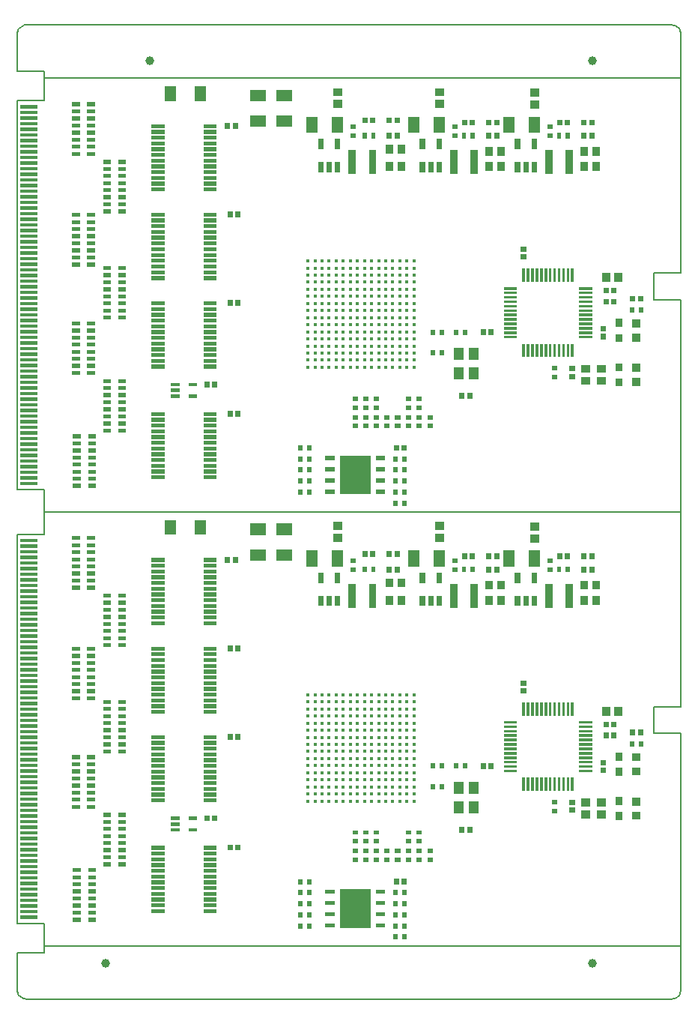
<source format=gbr>
*
%FSLAX26Y26*%
%MOIN*%
%ADD10R,0.019685X0.019685*%
%ADD11R,0.023622X0.023622*%
%ADD12R,0.035433X0.035433*%
%ADD13R,0.017717X0.017717*%
%ADD14R,0.011811X0.011811*%
%ADD15C,0.016535*%
%ADD16R,0.031496X0.031496*%
%ADD17R,0.135827X0.135827*%
%ADD18R,0.049213X0.049213*%
%ADD19R,0.015748X0.015748*%
%ADD20R,0.051181X0.051181*%
%ADD21R,0.014961X0.014961*%
%ADD22R,0.043307X0.043307*%
%ADD23C,0.005906*%
%ADD24C,0.039370*%
%IPPOS*%
%LNgtp*%
%LPD*%
G75*
G54D10*
X1259843Y421260D02*
Y425197D01*
X1299213Y421260D02*
Y425197D01*
X1259843Y519685D02*
Y523622D01*
X1299213Y519685D02*
Y523622D01*
X1722441Y421260D02*
Y425197D01*
X1683071Y421260D02*
Y425197D01*
X1722441Y322835D02*
Y326772D01*
X1683071Y322835D02*
Y326772D01*
X1850394Y942913D02*
Y946850D01*
X1889764Y942913D02*
Y946850D01*
X1850394Y1033465D02*
Y1037402D01*
X1889764Y1033465D02*
Y1037402D01*
X1992126Y1033465D02*
Y1037402D01*
X1952756Y1033465D02*
Y1037402D01*
X1722441Y470472D02*
Y474409D01*
X1683071Y470472D02*
Y474409D01*
X1299213Y322835D02*
Y326772D01*
X1259843Y322835D02*
Y326772D01*
X1683071Y273622D02*
Y277559D01*
X1722441Y273622D02*
Y277559D01*
X1299213Y372047D02*
Y375984D01*
X1259843Y372047D02*
Y375984D01*
X2736220Y1131890D02*
Y1135827D01*
X2775591Y1131890D02*
Y1135827D01*
X1683071Y372047D02*
Y375984D01*
X1722441Y372047D02*
Y375984D01*
X1299213Y470472D02*
Y474409D01*
X1259843Y470472D02*
Y474409D01*
X2411417Y1907480D02*
Y1911417D01*
X2450787Y1907480D02*
Y1911417D01*
X1988189Y1907480D02*
Y1911417D01*
X2027559Y1907480D02*
Y1911417D01*
X1545276Y1907480D02*
Y1911417D01*
X1584646Y1907480D02*
Y1911417D01*
G54D11*
X1978740Y751181D02*
Y752756D01*
X2013386Y751181D02*
Y752756D01*
X1722441Y520866D02*
Y522441D01*
X1687795Y520866D02*
Y522441D01*
X1547638Y1977559D02*
Y1979134D01*
X1582283Y1977559D02*
Y1979134D01*
X844882Y802362D02*
Y803937D01*
X879528Y802362D02*
Y803937D01*
X1655906Y1908661D02*
Y1910236D01*
X1690551Y1908661D02*
Y1910236D01*
Y1977559D02*
Y1979134D01*
X1655906Y1977559D02*
Y1979134D01*
X2655118Y1170472D02*
Y1172047D01*
X2620472Y1170472D02*
Y1172047D01*
X2773228Y1184252D02*
Y1185827D01*
X2738583Y1184252D02*
Y1185827D01*
X981890Y1164567D02*
Y1166142D01*
X947244Y1164567D02*
Y1166142D01*
X981890Y672441D02*
Y674016D01*
X947244Y672441D02*
Y674016D01*
X2025197Y1967717D02*
Y1969291D01*
X1990551Y1967717D02*
Y1969291D01*
X2133465Y1967717D02*
Y1969291D01*
X2098819Y1967717D02*
Y1969291D01*
X2133465Y1908661D02*
Y1910236D01*
X2098819Y1908661D02*
Y1910236D01*
X2620472Y1219685D02*
Y1221260D01*
X2655118Y1219685D02*
Y1221260D01*
X2522047Y1967717D02*
Y1969291D01*
X2556693Y1967717D02*
Y1969291D01*
X2522047Y1908661D02*
Y1910236D01*
X2556693Y1908661D02*
Y1910236D01*
X2448425Y1967717D02*
Y1969291D01*
X2413780Y1967717D02*
Y1969291D01*
X2107874Y1034646D02*
Y1036220D01*
X2073228Y1034646D02*
Y1036220D01*
X947244Y1558268D02*
Y1559843D01*
X981890Y1558268D02*
Y1559843D01*
X935433Y1951969D02*
Y1953543D01*
X970079Y1951969D02*
Y1953543D01*
G54D12*
X2674213Y1277559D02*
Y1281496D01*
X2621063Y1277559D02*
Y1281496D01*
X2575787Y1769685D02*
Y1773622D01*
X2522638Y1769685D02*
Y1773622D01*
X1709646Y1848425D02*
Y1852362D01*
X1656496Y1848425D02*
Y1852362D01*
X2575787Y1838583D02*
Y1842520D01*
X2522638Y1838583D02*
Y1842520D01*
X2099409Y1769685D02*
Y1773622D01*
X2152559Y1769685D02*
Y1773622D01*
X2099409Y1838583D02*
Y1842520D01*
X2152559Y1838583D02*
Y1842520D01*
X1709646Y1769685D02*
Y1773622D01*
X1656496Y1769685D02*
Y1773622D01*
G54D13*
X606280Y1164370D02*
X646634D01*
X606280Y1138780D02*
X646634D01*
X606280Y1113189D02*
X646634D01*
X606280Y1087598D02*
X646634D01*
X606280Y1062008D02*
X646634D01*
X606280Y1036417D02*
X646634D01*
X606280Y1010827D02*
X646634D01*
X606280Y985236D02*
X646634D01*
X606280Y959646D02*
X646634D01*
X606280Y934055D02*
X646634D01*
X606280Y908465D02*
X646634D01*
X606280Y882874D02*
X646634D01*
X837618D02*
X877972D01*
X837618Y908465D02*
X877972D01*
X837618Y934055D02*
X877972D01*
X837618Y959646D02*
X877972D01*
X837618Y985236D02*
X877972D01*
X837618Y1010827D02*
X877972D01*
X837618Y1036417D02*
X877972D01*
X837618Y1062008D02*
X877972D01*
X837618Y1087598D02*
X877972D01*
X837618Y1113189D02*
X877972D01*
X837618Y1138780D02*
X877972D01*
X837618Y1164370D02*
X877972D01*
X606280Y672244D02*
X646634D01*
X606280Y646654D02*
X646634D01*
X606280Y621063D02*
X646634D01*
X606280Y595472D02*
X646634D01*
X606280Y569882D02*
X646634D01*
X606280Y544291D02*
X646634D01*
X606280Y518701D02*
X646634D01*
X606280Y493110D02*
X646634D01*
X606280Y467520D02*
X646634D01*
X606280Y441929D02*
X646634D01*
X606280Y416339D02*
X646634D01*
X606280Y390748D02*
X646634D01*
X837618D02*
X877972D01*
X837618Y416339D02*
X877972D01*
X837618Y441929D02*
X877972D01*
X837618Y467520D02*
X877972D01*
X837618Y493110D02*
X877972D01*
X837618Y518701D02*
X877972D01*
X837618Y544291D02*
X877972D01*
X837618Y569882D02*
X877972D01*
X837618Y595472D02*
X877972D01*
X837618Y621063D02*
X877972D01*
X837618Y646654D02*
X877972D01*
X837618Y672244D02*
X877972D01*
X606280Y1951772D02*
X646634D01*
X606280Y1926181D02*
X646634D01*
X606280Y1900591D02*
X646634D01*
X606280Y1875000D02*
X646634D01*
X606280Y1849409D02*
X646634D01*
X606280Y1823819D02*
X646634D01*
X606280Y1798228D02*
X646634D01*
X606280Y1772638D02*
X646634D01*
X606280Y1747047D02*
X646634D01*
X606280Y1721457D02*
X646634D01*
X606280Y1695866D02*
X646634D01*
X606280Y1670276D02*
X646634D01*
X837618D02*
X877972D01*
X837618Y1695866D02*
X877972D01*
X837618Y1721457D02*
X877972D01*
X837618Y1747047D02*
X877972D01*
X837618Y1772638D02*
X877972D01*
X837618Y1798228D02*
X877972D01*
X837618Y1823819D02*
X877972D01*
X837618Y1849409D02*
X877972D01*
X837618Y1875000D02*
X877972D01*
X837618Y1900591D02*
X877972D01*
X837618Y1926181D02*
X877972D01*
X837618Y1951772D02*
X877972D01*
X606280Y1558071D02*
X646634D01*
X606280Y1532480D02*
X646634D01*
X606280Y1506890D02*
X646634D01*
X606280Y1481299D02*
X646634D01*
X606280Y1455709D02*
X646634D01*
X606280Y1430118D02*
X646634D01*
X606280Y1404528D02*
X646634D01*
X606280Y1378937D02*
X646634D01*
X606280Y1353346D02*
X646634D01*
X606280Y1327756D02*
X646634D01*
X606280Y1302165D02*
X646634D01*
X606280Y1276575D02*
X646634D01*
X837618D02*
X877972D01*
X837618Y1302165D02*
X877972D01*
X837618Y1327756D02*
X877972D01*
X837618Y1353346D02*
X877972D01*
X837618Y1378937D02*
X877972D01*
X837618Y1404528D02*
X877972D01*
X837618Y1430118D02*
X877972D01*
X837618Y1455709D02*
X877972D01*
X837618Y1481299D02*
X877972D01*
X837618Y1506890D02*
X877972D01*
X837618Y1532480D02*
X877972D01*
X837618Y1558071D02*
X877972D01*
G54D14*
X2470472Y932067D02*
Y978327D01*
X2450787Y932067D02*
Y978327D01*
X2431102Y932067D02*
Y978327D01*
X2411417Y932067D02*
Y978327D01*
X2391732Y932067D02*
Y978327D01*
X2372047Y932067D02*
Y978327D01*
X2352362Y932067D02*
Y978327D01*
X2332677Y932067D02*
Y978327D01*
X2312992Y932067D02*
Y978327D01*
X2293307Y932067D02*
Y978327D01*
X2273622Y932067D02*
Y978327D01*
X2253937Y932067D02*
Y978327D01*
Y1265768D02*
Y1312028D01*
X2273622Y1265768D02*
Y1312028D01*
X2293307Y1265768D02*
Y1312028D01*
X2312992Y1265768D02*
Y1312028D01*
X2332677Y1265768D02*
Y1312028D01*
X2352362Y1265768D02*
Y1312028D01*
X2372047Y1265768D02*
Y1312028D01*
X2391732Y1265768D02*
Y1312028D01*
X2411417Y1265768D02*
Y1312028D01*
X2431102Y1265768D02*
Y1312028D01*
X2450787Y1265768D02*
Y1312028D01*
X2470472Y1265768D02*
Y1312028D01*
X2172224Y1013780D02*
X2218484D01*
X2172224Y1033465D02*
X2218484D01*
X2172224Y1053150D02*
X2218484D01*
X2172224Y1072835D02*
X2218484D01*
X2172224Y1092520D02*
X2218484D01*
X2172224Y1112205D02*
X2218484D01*
X2172224Y1131890D02*
X2218484D01*
X2172224Y1151575D02*
X2218484D01*
X2172224Y1171260D02*
X2218484D01*
X2172224Y1190945D02*
X2218484D01*
X2172224Y1210630D02*
X2218484D01*
X2172224Y1230315D02*
X2218484D01*
X2505925D02*
X2552185D01*
X2505925Y1210630D02*
X2552185D01*
X2505925Y1190945D02*
X2552185D01*
X2505925Y1171260D02*
X2552185D01*
X2505925Y1151575D02*
X2552185D01*
X2505925Y1131890D02*
X2552185D01*
X2505925Y1112205D02*
X2552185D01*
X2505925Y1092520D02*
X2552185D01*
X2505925Y1072835D02*
X2552185D01*
X2505925Y1053150D02*
X2552185D01*
X2505925Y1033465D02*
X2552185D01*
X2505925Y1013780D02*
X2552185D01*
G54D10*
X2389764Y875984D02*
X2393701D01*
X2389764Y836614D02*
X2393701D01*
X1946850Y1948819D02*
X1950787D01*
X1946850Y1909449D02*
X1950787D01*
X2370079Y1948819D02*
X2374016D01*
X2370079Y1909449D02*
X2374016D01*
X1738189Y657480D02*
X1742126D01*
X1738189Y618110D02*
X1742126D01*
X1643701D02*
X1647638D01*
X1643701Y657480D02*
X1647638D01*
X1690945Y618110D02*
X1694882D01*
X1690945Y657480D02*
X1694882D01*
X1596457D02*
X1600394D01*
X1596457Y618110D02*
X1600394D01*
X1549213Y657480D02*
X1553150D01*
X1549213Y618110D02*
X1553150D01*
X1501969Y657480D02*
X1505906D01*
X1501969Y618110D02*
X1505906D01*
X1549213Y700787D02*
X1553150D01*
X1549213Y740157D02*
X1553150D01*
X1501969D02*
X1505906D01*
X1501969Y700787D02*
X1505906D01*
X1596457Y740157D02*
X1600394D01*
X1596457Y700787D02*
X1600394D01*
X1738189Y740157D02*
X1742126D01*
X1738189Y700787D02*
X1742126D01*
X1785433Y740157D02*
X1789370D01*
X1785433Y700787D02*
X1789370D01*
X1785433Y657480D02*
X1789370D01*
X1785433Y618110D02*
X1789370D01*
X1836614D02*
X1840551D01*
X1836614Y657480D02*
X1840551D01*
X1494094Y1909449D02*
X1498031D01*
X1494094Y1948819D02*
X1498031D01*
G54D15*
X1545276Y1352362D03*
X1576772D03*
X1608268D03*
X1639764D03*
X1671260D03*
X1702756D03*
X1734252D03*
X1545276Y1320866D03*
X1576772D03*
X1608268D03*
X1639764D03*
X1671260D03*
X1545276Y1289370D03*
X1608268D03*
X1671260D03*
X1545276Y1257874D03*
X1608268D03*
X1513780Y1226378D03*
X1671260D03*
X1293307Y1352362D03*
X1324803D03*
X1356299D03*
X1387795D03*
X1419291D03*
X1450787D03*
X1482283D03*
X1513780D03*
X1765748D03*
X1293307Y1320866D03*
X1324803D03*
X1356299D03*
X1387795D03*
X1419291D03*
X1450787D03*
X1482283D03*
X1513780D03*
X1702756D03*
X1734252D03*
X1765748D03*
X1293307Y1289370D03*
X1324803D03*
X1356299D03*
X1387795D03*
X1419291D03*
X1450787D03*
X1482283D03*
X1513780D03*
X1576772D03*
X1639764D03*
X1702756D03*
X1734252D03*
X1765748D03*
X1293307Y1257874D03*
X1324803D03*
X1356299D03*
X1387795D03*
X1419291D03*
X1450787D03*
X1482283D03*
X1513780D03*
X1576772D03*
X1639764D03*
X1671260D03*
X1702756D03*
X1734252D03*
X1765748D03*
X1293307Y1226378D03*
X1324803D03*
X1356299D03*
X1387795D03*
X1419291D03*
X1450787D03*
X1482283D03*
X1545276D03*
X1576772D03*
X1608268D03*
X1639764D03*
X1702756D03*
X1734252D03*
X1765748D03*
X1293307Y1194882D03*
X1324803D03*
X1356299D03*
X1387795D03*
X1419291D03*
X1450787D03*
X1482283D03*
X1513780D03*
X1545276D03*
X1576772D03*
X1608268D03*
X1639764D03*
X1671260D03*
X1702756D03*
X1734252D03*
X1765748D03*
X1293307Y1163386D03*
X1324803D03*
X1356299D03*
X1387795D03*
X1419291D03*
X1450787D03*
X1482283D03*
X1513780D03*
X1545276D03*
X1576772D03*
X1608268D03*
X1639764D03*
X1671260D03*
X1702756D03*
X1734252D03*
X1765748D03*
X1293307Y1131890D03*
X1324803D03*
X1356299D03*
X1387795D03*
X1419291D03*
X1450787D03*
X1482283D03*
X1513780D03*
X1545276D03*
X1576772D03*
X1608268D03*
X1639764D03*
X1671260D03*
X1702756D03*
X1734252D03*
X1765748D03*
X1293307Y1100394D03*
X1324803D03*
X1356299D03*
X1387795D03*
X1419291D03*
X1450787D03*
X1482283D03*
X1513780D03*
X1545276D03*
X1576772D03*
X1608268D03*
X1639764D03*
X1671260D03*
X1702756D03*
X1734252D03*
X1765748D03*
X1293307Y1068898D03*
X1324803D03*
X1356299D03*
X1387795D03*
X1419291D03*
X1450787D03*
X1482283D03*
X1513780D03*
X1545276D03*
X1576772D03*
X1608268D03*
X1639764D03*
X1671260D03*
X1702756D03*
X1734252D03*
X1765748D03*
X1293307Y1037402D03*
X1324803D03*
X1356299D03*
X1387795D03*
X1419291D03*
X1450787D03*
X1482283D03*
X1513780D03*
X1545276D03*
X1576772D03*
X1608268D03*
X1639764D03*
X1671260D03*
X1702756D03*
X1734252D03*
X1765748D03*
X1293307Y1005906D03*
X1324803D03*
X1356299D03*
X1387795D03*
X1419291D03*
X1450787D03*
X1482283D03*
X1513780D03*
X1545276D03*
X1576772D03*
X1608268D03*
X1639764D03*
X1671260D03*
X1702756D03*
X1734252D03*
X1765748D03*
X1293307Y974409D03*
X1324803D03*
X1356299D03*
X1387795D03*
X1419291D03*
X1450787D03*
X1482283D03*
X1513780D03*
X1545276D03*
X1576772D03*
X1608268D03*
X1639764D03*
X1671260D03*
X1702756D03*
X1734252D03*
X1765748D03*
X1293307Y942913D03*
X1324803D03*
X1356299D03*
X1387795D03*
X1419291D03*
X1450787D03*
X1482283D03*
X1513780D03*
X1545276D03*
X1576772D03*
X1608268D03*
X1639764D03*
X1671260D03*
X1702756D03*
X1734252D03*
X1765748D03*
X1293307Y911417D03*
X1324803D03*
X1356299D03*
X1387795D03*
X1419291D03*
X1450787D03*
X1482283D03*
X1513780D03*
X1545276D03*
X1576772D03*
X1608268D03*
X1639764D03*
X1671260D03*
X1702756D03*
X1734252D03*
X1765748D03*
X1293307Y879921D03*
X1324803D03*
X1356299D03*
X1387795D03*
X1419291D03*
X1450787D03*
X1482283D03*
X1513780D03*
X1545276D03*
X1576772D03*
X1608268D03*
X1639764D03*
X1671260D03*
X1702756D03*
X1734252D03*
X1765748D03*
G54D11*
X1350394Y1861220D02*
Y1882874D01*
X1425197Y1861220D02*
Y1882874D01*
Y1758858D02*
Y1780512D01*
X1387795Y1758858D02*
Y1780512D01*
X1350394Y1758858D02*
Y1780512D01*
X1803150Y1861220D02*
Y1882874D01*
X1877953Y1861220D02*
Y1882874D01*
Y1758858D02*
Y1780512D01*
X1840551Y1758858D02*
Y1780512D01*
X1803150Y1758858D02*
Y1780512D01*
X2226378Y1861220D02*
Y1882874D01*
X2301181Y1861220D02*
Y1882874D01*
Y1758858D02*
Y1780512D01*
X2263780Y1758858D02*
Y1780512D01*
X2226378Y1758858D02*
Y1780512D01*
G54D16*
X2456693Y1753937D02*
Y1828740D01*
X2366142Y1753937D02*
Y1828740D01*
X1942913Y1753937D02*
Y1828740D01*
X2033465Y1753937D02*
Y1828740D01*
X1490157Y1753937D02*
Y1828740D01*
X1580709Y1753937D02*
Y1828740D01*
G54D13*
X1379921Y476575D02*
X1403543D01*
X1379921Y426575D02*
X1403543D01*
X1379921Y376575D02*
X1403543D01*
X1379921Y326575D02*
X1403543D01*
X1604331D02*
X1627953D01*
X1604331Y376575D02*
X1627953D01*
X1604331Y426575D02*
X1627953D01*
X1604331Y476575D02*
X1627953D01*
G54D17*
X1503937Y383858D02*
Y419291D01*
G54D18*
X680118Y2088583D02*
Y2104331D01*
X815945Y2088583D02*
Y2104331D01*
G54D19*
X690945Y803150D02*
X714567D01*
X690945Y777559D02*
X714567D01*
X690945Y751969D02*
X714567D01*
X769685D02*
X793307D01*
X769685Y803150D02*
X793307D01*
G54D13*
X323819Y352362D02*
X341535D01*
X323819Y383858D02*
X341535D01*
X323819Y446850D02*
X341535D01*
X323819Y415354D02*
X341535D01*
X323819Y509843D02*
X341535D01*
X323819Y572835D02*
X341535D01*
X323819Y541339D02*
X341535D01*
X323819Y478346D02*
X341535D01*
X256890D02*
X274606D01*
X256890Y541339D02*
X274606D01*
X256890Y572835D02*
X274606D01*
X256890Y509843D02*
X274606D01*
X256890Y415354D02*
X274606D01*
X256890Y446850D02*
X274606D01*
X256890Y383858D02*
X274606D01*
X256890Y352362D02*
X274606D01*
X457677Y598425D02*
X475394D01*
X457677Y629921D02*
X475394D01*
X457677Y692913D02*
X475394D01*
X457677Y661417D02*
X475394D01*
X457677Y755906D02*
X475394D01*
X457677Y818898D02*
X475394D01*
X457677Y787402D02*
X475394D01*
X457677Y724409D02*
X475394D01*
X390748D02*
X408465D01*
X390748Y787402D02*
X408465D01*
X390748Y818898D02*
X408465D01*
X390748Y755906D02*
X408465D01*
X390748Y661417D02*
X408465D01*
X390748Y692913D02*
X408465D01*
X390748Y629921D02*
X408465D01*
X390748Y598425D02*
X408465D01*
X319882Y854331D02*
X337598D01*
X319882Y885827D02*
X337598D01*
X319882Y948819D02*
X337598D01*
X319882Y917323D02*
X337598D01*
X319882Y1011811D02*
X337598D01*
X319882Y1074803D02*
X337598D01*
X319882Y1043307D02*
X337598D01*
X319882Y980315D02*
X337598D01*
X252953D02*
X270669D01*
X252953Y1043307D02*
X270669D01*
X252953Y1074803D02*
X270669D01*
X252953Y1011811D02*
X270669D01*
X252953Y917323D02*
X270669D01*
X252953Y948819D02*
X270669D01*
X252953Y885827D02*
X270669D01*
X252953Y854331D02*
X270669D01*
X457677Y1100394D02*
X475394D01*
X457677Y1131890D02*
X475394D01*
X457677Y1194882D02*
X475394D01*
X457677Y1163386D02*
X475394D01*
X457677Y1257874D02*
X475394D01*
X457677Y1320866D02*
X475394D01*
X457677Y1289370D02*
X475394D01*
X457677Y1226378D02*
X475394D01*
X390748D02*
X408465D01*
X390748Y1289370D02*
X408465D01*
X390748Y1320866D02*
X408465D01*
X390748Y1257874D02*
X408465D01*
X390748Y1163386D02*
X408465D01*
X390748Y1194882D02*
X408465D01*
X390748Y1131890D02*
X408465D01*
X390748Y1100394D02*
X408465D01*
X319882Y1336614D02*
X337598D01*
X319882Y1368110D02*
X337598D01*
X319882Y1431102D02*
X337598D01*
X319882Y1399606D02*
X337598D01*
X319882Y1494094D02*
X337598D01*
X319882Y1557087D02*
X337598D01*
X319882Y1525591D02*
X337598D01*
X319882Y1462598D02*
X337598D01*
X252953D02*
X270669D01*
X252953Y1525591D02*
X270669D01*
X252953Y1557087D02*
X270669D01*
X252953Y1494094D02*
X270669D01*
X252953Y1399606D02*
X270669D01*
X252953Y1431102D02*
X270669D01*
X252953Y1368110D02*
X270669D01*
X252953Y1336614D02*
X270669D01*
X457677Y1572835D02*
X475394D01*
X457677Y1604331D02*
X475394D01*
X457677Y1667323D02*
X475394D01*
X457677Y1635827D02*
X475394D01*
X457677Y1730315D02*
X475394D01*
X457677Y1793307D02*
X475394D01*
X457677Y1761811D02*
X475394D01*
X457677Y1698819D02*
X475394D01*
X390748D02*
X408465D01*
X390748Y1761811D02*
X408465D01*
X390748Y1793307D02*
X408465D01*
X390748Y1730315D02*
X408465D01*
X390748Y1635827D02*
X408465D01*
X390748Y1667323D02*
X408465D01*
X390748Y1604331D02*
X408465D01*
X390748Y1572835D02*
X408465D01*
X319882Y1828740D02*
X337598D01*
X319882Y1860236D02*
X337598D01*
X319882Y1923228D02*
X337598D01*
X319882Y1891732D02*
X337598D01*
X319882Y1986220D02*
X337598D01*
X319882Y2049213D02*
X337598D01*
X319882Y2017717D02*
X337598D01*
X319882Y1954724D02*
X337598D01*
X252953D02*
X270669D01*
X252953Y2017717D02*
X270669D01*
X252953Y2049213D02*
X270669D01*
X252953Y1986220D02*
X270669D01*
X252953Y1891732D02*
X270669D01*
X252953Y1923228D02*
X270669D01*
X252953Y1860236D02*
X270669D01*
X252953Y1828740D02*
X270669D01*
G54D12*
X1877953Y2103346D02*
X1881890D01*
X1877953Y2050197D02*
X1881890D01*
X2301181Y2047244D02*
X2305118D01*
X2301181Y2100394D02*
X2305118D01*
X2527559Y819882D02*
X2531496D01*
X2527559Y873031D02*
X2531496D01*
X2596457Y819882D02*
X2600394D01*
X2596457Y873031D02*
X2600394D01*
X1425197Y2050197D02*
X1429134D01*
X1425197Y2103346D02*
X1429134D01*
G54D20*
X1179134Y2088583D02*
X1198819D01*
X1179134Y1974409D02*
X1198819D01*
X1061024Y2088583D02*
X1080709D01*
X1061024Y1974409D02*
X1080709D01*
X2187008Y1948819D02*
Y1968504D01*
X2301181Y1948819D02*
Y1968504D01*
X1763780Y1948819D02*
Y1968504D01*
X1877953Y1948819D02*
Y1968504D01*
X1311024Y1948819D02*
Y1968504D01*
X1425197Y1948819D02*
Y1968504D01*
G54D16*
X2677165Y811024D02*
Y814961D01*
Y877953D02*
Y881890D01*
Y1007874D02*
Y1011811D01*
Y1074803D02*
Y1078740D01*
G54D11*
X2469685Y873622D02*
X2471260D01*
X2469685Y838976D02*
X2471260D01*
X2253150Y1370472D02*
X2254724D01*
X2253150Y1405118D02*
X2254724D01*
X2607480Y1016142D02*
X2609055D01*
X2607480Y1050787D02*
X2609055D01*
G54D12*
X2754921Y814961D02*
X2756890D01*
X2754921Y877953D02*
X2756890D01*
X2754921Y1011811D02*
X2756890D01*
X2754921Y1074803D02*
X2756890D01*
G54D21*
X19291Y1888287D02*
X83071D01*
X19291Y1863287D02*
X83071D01*
X19291Y1838287D02*
X83071D01*
X19291Y1813287D02*
X83071D01*
X19291Y2038287D02*
X83071D01*
X19291Y1988287D02*
X83071D01*
X19291Y1938287D02*
X83071D01*
X19291Y1788287D02*
X83071D01*
X19291Y1738287D02*
X83071D01*
X19291Y1688287D02*
X83071D01*
X19291Y1638287D02*
X83071D01*
X19291Y1588287D02*
X83071D01*
X19291Y1538287D02*
X83071D01*
X19291Y1488287D02*
X83071D01*
X19291Y1438287D02*
X83071D01*
X19291Y1388287D02*
X83071D01*
X19291Y1338287D02*
X83071D01*
X19291Y1288287D02*
X83071D01*
X19291Y1238287D02*
X83071D01*
X19291Y1188287D02*
X83071D01*
X19291Y1138287D02*
X83071D01*
X19291Y1088287D02*
X83071D01*
X19291Y1038287D02*
X83071D01*
X19291Y988287D02*
X83071D01*
X19291Y938287D02*
X83071D01*
X19291Y888287D02*
X83071D01*
X19291Y838287D02*
X83071D01*
X19291Y788287D02*
X83071D01*
X19291Y738287D02*
X83071D01*
X19291Y688287D02*
X83071D01*
X19291Y638287D02*
X83071D01*
X19291Y588287D02*
X83071D01*
X19291Y538287D02*
X83071D01*
X19291Y488287D02*
X83071D01*
X19291Y438287D02*
X83071D01*
X19291Y388287D02*
X83071D01*
X19291Y2013287D02*
X83071D01*
X19291Y1963287D02*
X83071D01*
X19291Y1913287D02*
X83071D01*
X19291Y1763287D02*
X83071D01*
X19291Y1713287D02*
X83071D01*
X19291Y1663287D02*
X83071D01*
X19291Y1613287D02*
X83071D01*
X19291Y1563287D02*
X83071D01*
X19291Y1513287D02*
X83071D01*
X19291Y1463287D02*
X83071D01*
X19291Y1413287D02*
X83071D01*
X19291Y1363287D02*
X83071D01*
X19291Y1313287D02*
X83071D01*
X19291Y1263287D02*
X83071D01*
X19291Y1213287D02*
X83071D01*
X19291Y1163287D02*
X83071D01*
X19291Y1113287D02*
X83071D01*
X19291Y1063287D02*
X83071D01*
X19291Y1013287D02*
X83071D01*
X19291Y963287D02*
X83071D01*
X19291Y913287D02*
X83071D01*
X19291Y863287D02*
X83071D01*
X19291Y813287D02*
X83071D01*
X19291Y763287D02*
X83071D01*
X19291Y713287D02*
X83071D01*
X19291Y663287D02*
X83071D01*
X19291Y613287D02*
X83071D01*
X19291Y563287D02*
X83071D01*
X19291Y513287D02*
X83071D01*
X19291Y463287D02*
X83071D01*
X19291Y413287D02*
X83071D01*
X19291Y363287D02*
X83071D01*
G54D22*
X2031496Y848425D02*
Y856299D01*
X1964567Y848425D02*
Y856299D01*
X2031496Y935039D02*
Y942913D01*
X1964567Y935039D02*
Y942913D01*
G54D10*
X1259843Y2350394D02*
Y2354331D01*
X1299213Y2350394D02*
Y2354331D01*
X1259843Y2448819D02*
Y2452756D01*
X1299213Y2448819D02*
Y2452756D01*
X1722441Y2350394D02*
Y2354331D01*
X1683071Y2350394D02*
Y2354331D01*
X1722441Y2251969D02*
Y2255906D01*
X1683071Y2251969D02*
Y2255906D01*
X1850394Y2872047D02*
Y2875984D01*
X1889764Y2872047D02*
Y2875984D01*
X1850394Y2962598D02*
Y2966535D01*
X1889764Y2962598D02*
Y2966535D01*
X1992126Y2962598D02*
Y2966535D01*
X1952756Y2962598D02*
Y2966535D01*
X1722441Y2399606D02*
Y2403543D01*
X1683071Y2399606D02*
Y2403543D01*
X1299213Y2251969D02*
Y2255906D01*
X1259843Y2251969D02*
Y2255906D01*
X1683071Y2202756D02*
Y2206693D01*
X1722441Y2202756D02*
Y2206693D01*
X1299213Y2301181D02*
Y2305118D01*
X1259843Y2301181D02*
Y2305118D01*
X2736220Y3061024D02*
Y3064961D01*
X2775591Y3061024D02*
Y3064961D01*
X1683071Y2301181D02*
Y2305118D01*
X1722441Y2301181D02*
Y2305118D01*
X1299213Y2399606D02*
Y2403543D01*
X1259843Y2399606D02*
Y2403543D01*
X2411417Y3836614D02*
Y3840551D01*
X2450787Y3836614D02*
Y3840551D01*
X1988189Y3836614D02*
Y3840551D01*
X2027559Y3836614D02*
Y3840551D01*
X1545276Y3836614D02*
Y3840551D01*
X1584646Y3836614D02*
Y3840551D01*
G54D11*
X1978740Y2680315D02*
Y2681890D01*
X2013386Y2680315D02*
Y2681890D01*
X1722441Y2450000D02*
Y2451575D01*
X1687795Y2450000D02*
Y2451575D01*
X1547638Y3906693D02*
Y3908268D01*
X1582283Y3906693D02*
Y3908268D01*
X844882Y2731496D02*
Y2733071D01*
X879528Y2731496D02*
Y2733071D01*
X1655906Y3837795D02*
Y3839370D01*
X1690551Y3837795D02*
Y3839370D01*
Y3906693D02*
Y3908268D01*
X1655906Y3906693D02*
Y3908268D01*
X2655118Y3099606D02*
Y3101181D01*
X2620472Y3099606D02*
Y3101181D01*
X2773228Y3113386D02*
Y3114961D01*
X2738583Y3113386D02*
Y3114961D01*
X981890Y3093701D02*
Y3095276D01*
X947244Y3093701D02*
Y3095276D01*
X981890Y2601575D02*
Y2603150D01*
X947244Y2601575D02*
Y2603150D01*
X2025197Y3896850D02*
Y3898425D01*
X1990551Y3896850D02*
Y3898425D01*
X2133465Y3896850D02*
Y3898425D01*
X2098819Y3896850D02*
Y3898425D01*
X2133465Y3837795D02*
Y3839370D01*
X2098819Y3837795D02*
Y3839370D01*
X2620472Y3148819D02*
Y3150394D01*
X2655118Y3148819D02*
Y3150394D01*
X2522047Y3896850D02*
Y3898425D01*
X2556693Y3896850D02*
Y3898425D01*
X2522047Y3837795D02*
Y3839370D01*
X2556693Y3837795D02*
Y3839370D01*
X2448425Y3896850D02*
Y3898425D01*
X2413780Y3896850D02*
Y3898425D01*
X2107874Y2963780D02*
Y2965354D01*
X2073228Y2963780D02*
Y2965354D01*
X947244Y3487402D02*
Y3488976D01*
X981890Y3487402D02*
Y3488976D01*
X935433Y3881102D02*
Y3882677D01*
X970079Y3881102D02*
Y3882677D01*
G54D12*
X2674213Y3206693D02*
Y3210630D01*
X2621063Y3206693D02*
Y3210630D01*
X2575787Y3698819D02*
Y3702756D01*
X2522638Y3698819D02*
Y3702756D01*
X1709646Y3777559D02*
Y3781496D01*
X1656496Y3777559D02*
Y3781496D01*
X2575787Y3767717D02*
Y3771654D01*
X2522638Y3767717D02*
Y3771654D01*
X2099409Y3698819D02*
Y3702756D01*
X2152559Y3698819D02*
Y3702756D01*
X2099409Y3767717D02*
Y3771654D01*
X2152559Y3767717D02*
Y3771654D01*
X1709646Y3698819D02*
Y3702756D01*
X1656496Y3698819D02*
Y3702756D01*
G54D13*
X606280Y3093504D02*
X646634D01*
X606280Y3067913D02*
X646634D01*
X606280Y3042323D02*
X646634D01*
X606280Y3016732D02*
X646634D01*
X606280Y2991142D02*
X646634D01*
X606280Y2965551D02*
X646634D01*
X606280Y2939961D02*
X646634D01*
X606280Y2914370D02*
X646634D01*
X606280Y2888780D02*
X646634D01*
X606280Y2863189D02*
X646634D01*
X606280Y2837598D02*
X646634D01*
X606280Y2812008D02*
X646634D01*
X837618D02*
X877972D01*
X837618Y2837598D02*
X877972D01*
X837618Y2863189D02*
X877972D01*
X837618Y2888780D02*
X877972D01*
X837618Y2914370D02*
X877972D01*
X837618Y2939961D02*
X877972D01*
X837618Y2965551D02*
X877972D01*
X837618Y2991142D02*
X877972D01*
X837618Y3016732D02*
X877972D01*
X837618Y3042323D02*
X877972D01*
X837618Y3067913D02*
X877972D01*
X837618Y3093504D02*
X877972D01*
X606280Y2601378D02*
X646634D01*
X606280Y2575787D02*
X646634D01*
X606280Y2550197D02*
X646634D01*
X606280Y2524606D02*
X646634D01*
X606280Y2499016D02*
X646634D01*
X606280Y2473425D02*
X646634D01*
X606280Y2447835D02*
X646634D01*
X606280Y2422244D02*
X646634D01*
X606280Y2396654D02*
X646634D01*
X606280Y2371063D02*
X646634D01*
X606280Y2345472D02*
X646634D01*
X606280Y2319882D02*
X646634D01*
X837618D02*
X877972D01*
X837618Y2345472D02*
X877972D01*
X837618Y2371063D02*
X877972D01*
X837618Y2396654D02*
X877972D01*
X837618Y2422244D02*
X877972D01*
X837618Y2447835D02*
X877972D01*
X837618Y2473425D02*
X877972D01*
X837618Y2499016D02*
X877972D01*
X837618Y2524606D02*
X877972D01*
X837618Y2550197D02*
X877972D01*
X837618Y2575787D02*
X877972D01*
X837618Y2601378D02*
X877972D01*
X606280Y3880906D02*
X646634D01*
X606280Y3855315D02*
X646634D01*
X606280Y3829724D02*
X646634D01*
X606280Y3804134D02*
X646634D01*
X606280Y3778543D02*
X646634D01*
X606280Y3752953D02*
X646634D01*
X606280Y3727362D02*
X646634D01*
X606280Y3701772D02*
X646634D01*
X606280Y3676181D02*
X646634D01*
X606280Y3650591D02*
X646634D01*
X606280Y3625000D02*
X646634D01*
X606280Y3599409D02*
X646634D01*
X837618D02*
X877972D01*
X837618Y3625000D02*
X877972D01*
X837618Y3650591D02*
X877972D01*
X837618Y3676181D02*
X877972D01*
X837618Y3701772D02*
X877972D01*
X837618Y3727362D02*
X877972D01*
X837618Y3752953D02*
X877972D01*
X837618Y3778543D02*
X877972D01*
X837618Y3804134D02*
X877972D01*
X837618Y3829724D02*
X877972D01*
X837618Y3855315D02*
X877972D01*
X837618Y3880906D02*
X877972D01*
X606280Y3487205D02*
X646634D01*
X606280Y3461614D02*
X646634D01*
X606280Y3436024D02*
X646634D01*
X606280Y3410433D02*
X646634D01*
X606280Y3384843D02*
X646634D01*
X606280Y3359252D02*
X646634D01*
X606280Y3333661D02*
X646634D01*
X606280Y3308071D02*
X646634D01*
X606280Y3282480D02*
X646634D01*
X606280Y3256890D02*
X646634D01*
X606280Y3231299D02*
X646634D01*
X606280Y3205709D02*
X646634D01*
X837618D02*
X877972D01*
X837618Y3231299D02*
X877972D01*
X837618Y3256890D02*
X877972D01*
X837618Y3282480D02*
X877972D01*
X837618Y3308071D02*
X877972D01*
X837618Y3333661D02*
X877972D01*
X837618Y3359252D02*
X877972D01*
X837618Y3384843D02*
X877972D01*
X837618Y3410433D02*
X877972D01*
X837618Y3436024D02*
X877972D01*
X837618Y3461614D02*
X877972D01*
X837618Y3487205D02*
X877972D01*
G54D14*
X2470472Y2861201D02*
Y2907461D01*
X2450787Y2861201D02*
Y2907461D01*
X2431102Y2861201D02*
Y2907461D01*
X2411417Y2861201D02*
Y2907461D01*
X2391732Y2861201D02*
Y2907461D01*
X2372047Y2861201D02*
Y2907461D01*
X2352362Y2861201D02*
Y2907461D01*
X2332677Y2861201D02*
Y2907461D01*
X2312992Y2861201D02*
Y2907461D01*
X2293307Y2861201D02*
Y2907461D01*
X2273622Y2861201D02*
Y2907461D01*
X2253937Y2861201D02*
Y2907461D01*
Y3194902D02*
Y3241161D01*
X2273622Y3194902D02*
Y3241161D01*
X2293307Y3194902D02*
Y3241161D01*
X2312992Y3194902D02*
Y3241161D01*
X2332677Y3194902D02*
Y3241161D01*
X2352362Y3194902D02*
Y3241161D01*
X2372047Y3194902D02*
Y3241161D01*
X2391732Y3194902D02*
Y3241161D01*
X2411417Y3194902D02*
Y3241161D01*
X2431102Y3194902D02*
Y3241161D01*
X2450787Y3194902D02*
Y3241161D01*
X2470472Y3194902D02*
Y3241161D01*
X2172224Y2942913D02*
X2218484D01*
X2172224Y2962598D02*
X2218484D01*
X2172224Y2982283D02*
X2218484D01*
X2172224Y3001969D02*
X2218484D01*
X2172224Y3021654D02*
X2218484D01*
X2172224Y3041339D02*
X2218484D01*
X2172224Y3061024D02*
X2218484D01*
X2172224Y3080709D02*
X2218484D01*
X2172224Y3100394D02*
X2218484D01*
X2172224Y3120079D02*
X2218484D01*
X2172224Y3139764D02*
X2218484D01*
X2172224Y3159449D02*
X2218484D01*
X2505925D02*
X2552185D01*
X2505925Y3139764D02*
X2552185D01*
X2505925Y3120079D02*
X2552185D01*
X2505925Y3100394D02*
X2552185D01*
X2505925Y3080709D02*
X2552185D01*
X2505925Y3061024D02*
X2552185D01*
X2505925Y3041339D02*
X2552185D01*
X2505925Y3021654D02*
X2552185D01*
X2505925Y3001969D02*
X2552185D01*
X2505925Y2982283D02*
X2552185D01*
X2505925Y2962598D02*
X2552185D01*
X2505925Y2942913D02*
X2552185D01*
G54D10*
X2389764Y2805118D02*
X2393701D01*
X2389764Y2765748D02*
X2393701D01*
X1946850Y3877953D02*
X1950787D01*
X1946850Y3838583D02*
X1950787D01*
X2370079Y3877953D02*
X2374016D01*
X2370079Y3838583D02*
X2374016D01*
X1738189Y2586614D02*
X1742126D01*
X1738189Y2547244D02*
X1742126D01*
X1643701D02*
X1647638D01*
X1643701Y2586614D02*
X1647638D01*
X1690945Y2547244D02*
X1694882D01*
X1690945Y2586614D02*
X1694882D01*
X1596457D02*
X1600394D01*
X1596457Y2547244D02*
X1600394D01*
X1549213Y2586614D02*
X1553150D01*
X1549213Y2547244D02*
X1553150D01*
X1501969Y2586614D02*
X1505906D01*
X1501969Y2547244D02*
X1505906D01*
X1549213Y2629921D02*
X1553150D01*
X1549213Y2669291D02*
X1553150D01*
X1501969D02*
X1505906D01*
X1501969Y2629921D02*
X1505906D01*
X1596457Y2669291D02*
X1600394D01*
X1596457Y2629921D02*
X1600394D01*
X1738189Y2669291D02*
X1742126D01*
X1738189Y2629921D02*
X1742126D01*
X1785433Y2669291D02*
X1789370D01*
X1785433Y2629921D02*
X1789370D01*
X1785433Y2586614D02*
X1789370D01*
X1785433Y2547244D02*
X1789370D01*
X1836614D02*
X1840551D01*
X1836614Y2586614D02*
X1840551D01*
X1494094Y3838583D02*
X1498031D01*
X1494094Y3877953D02*
X1498031D01*
G54D15*
X1545276Y3281496D03*
X1576772D03*
X1608268D03*
X1639764D03*
X1671260D03*
X1702756D03*
X1734252D03*
X1545276Y3250000D03*
X1576772D03*
X1608268D03*
X1639764D03*
X1671260D03*
X1545276Y3218504D03*
X1608268D03*
X1671260D03*
X1545276Y3187008D03*
X1608268D03*
X1513780Y3155512D03*
X1671260D03*
X1293307Y3281496D03*
X1324803D03*
X1356299D03*
X1387795D03*
X1419291D03*
X1450787D03*
X1482283D03*
X1513780D03*
X1765748D03*
X1293307Y3250000D03*
X1324803D03*
X1356299D03*
X1387795D03*
X1419291D03*
X1450787D03*
X1482283D03*
X1513780D03*
X1702756D03*
X1734252D03*
X1765748D03*
X1293307Y3218504D03*
X1324803D03*
X1356299D03*
X1387795D03*
X1419291D03*
X1450787D03*
X1482283D03*
X1513780D03*
X1576772D03*
X1639764D03*
X1702756D03*
X1734252D03*
X1765748D03*
X1293307Y3187008D03*
X1324803D03*
X1356299D03*
X1387795D03*
X1419291D03*
X1450787D03*
X1482283D03*
X1513780D03*
X1576772D03*
X1639764D03*
X1671260D03*
X1702756D03*
X1734252D03*
X1765748D03*
X1293307Y3155512D03*
X1324803D03*
X1356299D03*
X1387795D03*
X1419291D03*
X1450787D03*
X1482283D03*
X1545276D03*
X1576772D03*
X1608268D03*
X1639764D03*
X1702756D03*
X1734252D03*
X1765748D03*
X1293307Y3124016D03*
X1324803D03*
X1356299D03*
X1387795D03*
X1419291D03*
X1450787D03*
X1482283D03*
X1513780D03*
X1545276D03*
X1576772D03*
X1608268D03*
X1639764D03*
X1671260D03*
X1702756D03*
X1734252D03*
X1765748D03*
X1293307Y3092520D03*
X1324803D03*
X1356299D03*
X1387795D03*
X1419291D03*
X1450787D03*
X1482283D03*
X1513780D03*
X1545276D03*
X1576772D03*
X1608268D03*
X1639764D03*
X1671260D03*
X1702756D03*
X1734252D03*
X1765748D03*
X1293307Y3061024D03*
X1324803D03*
X1356299D03*
X1387795D03*
X1419291D03*
X1450787D03*
X1482283D03*
X1513780D03*
X1545276D03*
X1576772D03*
X1608268D03*
X1639764D03*
X1671260D03*
X1702756D03*
X1734252D03*
X1765748D03*
X1293307Y3029528D03*
X1324803D03*
X1356299D03*
X1387795D03*
X1419291D03*
X1450787D03*
X1482283D03*
X1513780D03*
X1545276D03*
X1576772D03*
X1608268D03*
X1639764D03*
X1671260D03*
X1702756D03*
X1734252D03*
X1765748D03*
X1293307Y2998031D03*
X1324803D03*
X1356299D03*
X1387795D03*
X1419291D03*
X1450787D03*
X1482283D03*
X1513780D03*
X1545276D03*
X1576772D03*
X1608268D03*
X1639764D03*
X1671260D03*
X1702756D03*
X1734252D03*
X1765748D03*
X1293307Y2966535D03*
X1324803D03*
X1356299D03*
X1387795D03*
X1419291D03*
X1450787D03*
X1482283D03*
X1513780D03*
X1545276D03*
X1576772D03*
X1608268D03*
X1639764D03*
X1671260D03*
X1702756D03*
X1734252D03*
X1765748D03*
X1293307Y2935039D03*
X1324803D03*
X1356299D03*
X1387795D03*
X1419291D03*
X1450787D03*
X1482283D03*
X1513780D03*
X1545276D03*
X1576772D03*
X1608268D03*
X1639764D03*
X1671260D03*
X1702756D03*
X1734252D03*
X1765748D03*
X1293307Y2903543D03*
X1324803D03*
X1356299D03*
X1387795D03*
X1419291D03*
X1450787D03*
X1482283D03*
X1513780D03*
X1545276D03*
X1576772D03*
X1608268D03*
X1639764D03*
X1671260D03*
X1702756D03*
X1734252D03*
X1765748D03*
X1293307Y2872047D03*
X1324803D03*
X1356299D03*
X1387795D03*
X1419291D03*
X1450787D03*
X1482283D03*
X1513780D03*
X1545276D03*
X1576772D03*
X1608268D03*
X1639764D03*
X1671260D03*
X1702756D03*
X1734252D03*
X1765748D03*
X1293307Y2840551D03*
X1324803D03*
X1356299D03*
X1387795D03*
X1419291D03*
X1450787D03*
X1482283D03*
X1513780D03*
X1545276D03*
X1576772D03*
X1608268D03*
X1639764D03*
X1671260D03*
X1702756D03*
X1734252D03*
X1765748D03*
X1293307Y2809055D03*
X1324803D03*
X1356299D03*
X1387795D03*
X1419291D03*
X1450787D03*
X1482283D03*
X1513780D03*
X1545276D03*
X1576772D03*
X1608268D03*
X1639764D03*
X1671260D03*
X1702756D03*
X1734252D03*
X1765748D03*
G54D11*
X1350394Y3790354D02*
Y3812008D01*
X1425197Y3790354D02*
Y3812008D01*
Y3687992D02*
Y3709646D01*
X1387795Y3687992D02*
Y3709646D01*
X1350394Y3687992D02*
Y3709646D01*
X1803150Y3790354D02*
Y3812008D01*
X1877953Y3790354D02*
Y3812008D01*
Y3687992D02*
Y3709646D01*
X1840551Y3687992D02*
Y3709646D01*
X1803150Y3687992D02*
Y3709646D01*
X2226378Y3790354D02*
Y3812008D01*
X2301181Y3790354D02*
Y3812008D01*
Y3687992D02*
Y3709646D01*
X2263780Y3687992D02*
Y3709646D01*
X2226378Y3687992D02*
Y3709646D01*
G54D16*
X2456693Y3683071D02*
Y3757874D01*
X2366142Y3683071D02*
Y3757874D01*
X1942913Y3683071D02*
Y3757874D01*
X2033465Y3683071D02*
Y3757874D01*
X1490157Y3683071D02*
Y3757874D01*
X1580709Y3683071D02*
Y3757874D01*
G54D13*
X1379921Y2405709D02*
X1403543D01*
X1379921Y2355709D02*
X1403543D01*
X1379921Y2305709D02*
X1403543D01*
X1379921Y2255709D02*
X1403543D01*
X1604331D02*
X1627953D01*
X1604331Y2305709D02*
X1627953D01*
X1604331Y2355709D02*
X1627953D01*
X1604331Y2405709D02*
X1627953D01*
G54D17*
X1503937Y2312992D02*
Y2348425D01*
G54D18*
X680118Y4017717D02*
Y4033465D01*
X815945Y4017717D02*
Y4033465D01*
G54D19*
X690945Y2732283D02*
X714567D01*
X690945Y2706693D02*
X714567D01*
X690945Y2681102D02*
X714567D01*
X769685D02*
X793307D01*
X769685Y2732283D02*
X793307D01*
G54D13*
X323819Y2281496D02*
X341535D01*
X323819Y2312992D02*
X341535D01*
X323819Y2375984D02*
X341535D01*
X323819Y2344488D02*
X341535D01*
X323819Y2438976D02*
X341535D01*
X323819Y2501969D02*
X341535D01*
X323819Y2470472D02*
X341535D01*
X323819Y2407480D02*
X341535D01*
X256890D02*
X274606D01*
X256890Y2470472D02*
X274606D01*
X256890Y2501969D02*
X274606D01*
X256890Y2438976D02*
X274606D01*
X256890Y2344488D02*
X274606D01*
X256890Y2375984D02*
X274606D01*
X256890Y2312992D02*
X274606D01*
X256890Y2281496D02*
X274606D01*
X457677Y2527559D02*
X475394D01*
X457677Y2559055D02*
X475394D01*
X457677Y2622047D02*
X475394D01*
X457677Y2590551D02*
X475394D01*
X457677Y2685039D02*
X475394D01*
X457677Y2748031D02*
X475394D01*
X457677Y2716535D02*
X475394D01*
X457677Y2653543D02*
X475394D01*
X390748D02*
X408465D01*
X390748Y2716535D02*
X408465D01*
X390748Y2748031D02*
X408465D01*
X390748Y2685039D02*
X408465D01*
X390748Y2590551D02*
X408465D01*
X390748Y2622047D02*
X408465D01*
X390748Y2559055D02*
X408465D01*
X390748Y2527559D02*
X408465D01*
X319882Y2783465D02*
X337598D01*
X319882Y2814961D02*
X337598D01*
X319882Y2877953D02*
X337598D01*
X319882Y2846457D02*
X337598D01*
X319882Y2940945D02*
X337598D01*
X319882Y3003937D02*
X337598D01*
X319882Y2972441D02*
X337598D01*
X319882Y2909449D02*
X337598D01*
X252953D02*
X270669D01*
X252953Y2972441D02*
X270669D01*
X252953Y3003937D02*
X270669D01*
X252953Y2940945D02*
X270669D01*
X252953Y2846457D02*
X270669D01*
X252953Y2877953D02*
X270669D01*
X252953Y2814961D02*
X270669D01*
X252953Y2783465D02*
X270669D01*
X457677Y3029528D02*
X475394D01*
X457677Y3061024D02*
X475394D01*
X457677Y3124016D02*
X475394D01*
X457677Y3092520D02*
X475394D01*
X457677Y3187008D02*
X475394D01*
X457677Y3250000D02*
X475394D01*
X457677Y3218504D02*
X475394D01*
X457677Y3155512D02*
X475394D01*
X390748D02*
X408465D01*
X390748Y3218504D02*
X408465D01*
X390748Y3250000D02*
X408465D01*
X390748Y3187008D02*
X408465D01*
X390748Y3092520D02*
X408465D01*
X390748Y3124016D02*
X408465D01*
X390748Y3061024D02*
X408465D01*
X390748Y3029528D02*
X408465D01*
X319882Y3265748D02*
X337598D01*
X319882Y3297244D02*
X337598D01*
X319882Y3360236D02*
X337598D01*
X319882Y3328740D02*
X337598D01*
X319882Y3423228D02*
X337598D01*
X319882Y3486220D02*
X337598D01*
X319882Y3454724D02*
X337598D01*
X319882Y3391732D02*
X337598D01*
X252953D02*
X270669D01*
X252953Y3454724D02*
X270669D01*
X252953Y3486220D02*
X270669D01*
X252953Y3423228D02*
X270669D01*
X252953Y3328740D02*
X270669D01*
X252953Y3360236D02*
X270669D01*
X252953Y3297244D02*
X270669D01*
X252953Y3265748D02*
X270669D01*
X457677Y3501969D02*
X475394D01*
X457677Y3533465D02*
X475394D01*
X457677Y3596457D02*
X475394D01*
X457677Y3564961D02*
X475394D01*
X457677Y3659449D02*
X475394D01*
X457677Y3722441D02*
X475394D01*
X457677Y3690945D02*
X475394D01*
X457677Y3627953D02*
X475394D01*
X390748D02*
X408465D01*
X390748Y3690945D02*
X408465D01*
X390748Y3722441D02*
X408465D01*
X390748Y3659449D02*
X408465D01*
X390748Y3564961D02*
X408465D01*
X390748Y3596457D02*
X408465D01*
X390748Y3533465D02*
X408465D01*
X390748Y3501969D02*
X408465D01*
X319882Y3757874D02*
X337598D01*
X319882Y3789370D02*
X337598D01*
X319882Y3852362D02*
X337598D01*
X319882Y3820866D02*
X337598D01*
X319882Y3915354D02*
X337598D01*
X319882Y3978346D02*
X337598D01*
X319882Y3946850D02*
X337598D01*
X319882Y3883858D02*
X337598D01*
X252953D02*
X270669D01*
X252953Y3946850D02*
X270669D01*
X252953Y3978346D02*
X270669D01*
X252953Y3915354D02*
X270669D01*
X252953Y3820866D02*
X270669D01*
X252953Y3852362D02*
X270669D01*
X252953Y3789370D02*
X270669D01*
X252953Y3757874D02*
X270669D01*
G54D12*
X1877953Y4032480D02*
X1881890D01*
X1877953Y3979331D02*
X1881890D01*
X2301181Y3976378D02*
X2305118D01*
X2301181Y4029528D02*
X2305118D01*
X2527559Y2749016D02*
X2531496D01*
X2527559Y2802165D02*
X2531496D01*
X2596457Y2749016D02*
X2600394D01*
X2596457Y2802165D02*
X2600394D01*
X1425197Y3979331D02*
X1429134D01*
X1425197Y4032480D02*
X1429134D01*
G54D20*
X1179134Y4017717D02*
X1198819D01*
X1179134Y3903543D02*
X1198819D01*
X1061024Y4017717D02*
X1080709D01*
X1061024Y3903543D02*
X1080709D01*
X2187008Y3877953D02*
Y3897638D01*
X2301181Y3877953D02*
Y3897638D01*
X1763780Y3877953D02*
Y3897638D01*
X1877953Y3877953D02*
Y3897638D01*
X1311024Y3877953D02*
Y3897638D01*
X1425197Y3877953D02*
Y3897638D01*
G54D16*
X2677165Y2740157D02*
Y2744094D01*
Y2807087D02*
Y2811024D01*
Y2937008D02*
Y2940945D01*
Y3003937D02*
Y3007874D01*
G54D11*
X2469685Y2802756D02*
X2471260D01*
X2469685Y2768110D02*
X2471260D01*
X2253150Y3299606D02*
X2254724D01*
X2253150Y3334252D02*
X2254724D01*
X2607480Y2945276D02*
X2609055D01*
X2607480Y2979921D02*
X2609055D01*
G54D12*
X2754921Y2744094D02*
X2756890D01*
X2754921Y2807087D02*
X2756890D01*
X2754921Y2940945D02*
X2756890D01*
X2754921Y3003937D02*
X2756890D01*
G54D21*
X19291Y3817421D02*
X83071D01*
X19291Y3792421D02*
X83071D01*
X19291Y3767421D02*
X83071D01*
X19291Y3742421D02*
X83071D01*
X19291Y3967421D02*
X83071D01*
X19291Y3917421D02*
X83071D01*
X19291Y3867421D02*
X83071D01*
X19291Y3717421D02*
X83071D01*
X19291Y3667421D02*
X83071D01*
X19291Y3617421D02*
X83071D01*
X19291Y3567421D02*
X83071D01*
X19291Y3517421D02*
X83071D01*
X19291Y3467421D02*
X83071D01*
X19291Y3417421D02*
X83071D01*
X19291Y3367421D02*
X83071D01*
X19291Y3317421D02*
X83071D01*
X19291Y3267421D02*
X83071D01*
X19291Y3217421D02*
X83071D01*
X19291Y3167421D02*
X83071D01*
X19291Y3117421D02*
X83071D01*
X19291Y3067421D02*
X83071D01*
X19291Y3017421D02*
X83071D01*
X19291Y2967421D02*
X83071D01*
X19291Y2917421D02*
X83071D01*
X19291Y2867421D02*
X83071D01*
X19291Y2817421D02*
X83071D01*
X19291Y2767421D02*
X83071D01*
X19291Y2717421D02*
X83071D01*
X19291Y2667421D02*
X83071D01*
X19291Y2617421D02*
X83071D01*
X19291Y2567421D02*
X83071D01*
X19291Y2517421D02*
X83071D01*
X19291Y2467421D02*
X83071D01*
X19291Y2417421D02*
X83071D01*
X19291Y2367421D02*
X83071D01*
X19291Y2317421D02*
X83071D01*
X19291Y3942421D02*
X83071D01*
X19291Y3892421D02*
X83071D01*
X19291Y3842421D02*
X83071D01*
X19291Y3692421D02*
X83071D01*
X19291Y3642421D02*
X83071D01*
X19291Y3592421D02*
X83071D01*
X19291Y3542421D02*
X83071D01*
X19291Y3492421D02*
X83071D01*
X19291Y3442421D02*
X83071D01*
X19291Y3392421D02*
X83071D01*
X19291Y3342421D02*
X83071D01*
X19291Y3292421D02*
X83071D01*
X19291Y3242421D02*
X83071D01*
X19291Y3192421D02*
X83071D01*
X19291Y3142421D02*
X83071D01*
X19291Y3092421D02*
X83071D01*
X19291Y3042421D02*
X83071D01*
X19291Y2992421D02*
X83071D01*
X19291Y2942421D02*
X83071D01*
X19291Y2892421D02*
X83071D01*
X19291Y2842421D02*
X83071D01*
X19291Y2792421D02*
X83071D01*
X19291Y2742421D02*
X83071D01*
X19291Y2692421D02*
X83071D01*
X19291Y2642421D02*
X83071D01*
X19291Y2592421D02*
X83071D01*
X19291Y2542421D02*
X83071D01*
X19291Y2492421D02*
X83071D01*
X19291Y2442421D02*
X83071D01*
X19291Y2392421D02*
X83071D01*
X19291Y2342421D02*
X83071D01*
X19291Y2292421D02*
X83071D01*
G54D22*
X2031496Y2777559D02*
Y2785433D01*
X1964567Y2777559D02*
Y2785433D01*
X2031496Y2864173D02*
Y2872047D01*
X1964567Y2864173D02*
Y2872047D01*
G54D23*
X0Y334646D02*
Y2066929D01*
X118110D01*
Y2165354D01*
X2952756D01*
Y1299213D01*
X2834646D01*
Y1181102D01*
X2952756D01*
Y236220D01*
X118110D01*
Y334646D01*
X0D01*
Y2263780D02*
Y3996063D01*
X118110D01*
Y4094488D01*
X2952756D01*
Y3228346D01*
X2834646D01*
Y3110236D01*
X2952756D01*
Y2165354D01*
X118110D01*
Y2263780D01*
X0D01*
X118110Y4094488D02*
Y4125984D01*
X0D01*
Y4291339D01*
X39370Y4330709D02*
X2913386D01*
X2952756Y4291339D02*
Y4094488D01*
X118110Y236220D02*
Y204724D01*
X0D01*
Y39370D01*
X39370Y0D02*
X2913386D01*
X2952756Y39370D02*
Y236220D01*
X0Y4291339D02*
X492Y4297546D01*
X1957Y4303598D01*
X4358Y4309344D01*
X7635Y4314639D01*
X11706Y4319351D01*
X16469Y4323363D01*
X21804Y4326573D01*
X27580Y4328902D01*
X33650Y4330291D01*
X39370Y4330709D01*
X2913386D02*
X2919593Y4330216D01*
X2925646Y4328751D01*
X2931391Y4326350D01*
X2936686Y4323073D01*
X2941398Y4319003D01*
X2945410Y4314240D01*
X2948620Y4308904D01*
X2950949Y4303129D01*
X2952338Y4297059D01*
X2952756Y4291339D01*
X0Y39370D02*
X492Y33163D01*
X1957Y27110D01*
X4358Y21365D01*
X7635Y16070D01*
X11706Y11358D01*
X16469Y7346D01*
X21804Y4136D01*
X27580Y1807D01*
X33650Y418D01*
X39370Y0D01*
X2913386D02*
X2919593Y492D01*
X2925646Y1957D01*
X2931391Y4358D01*
X2936686Y7635D01*
X2941398Y11706D01*
X2945410Y16469D01*
X2948620Y21804D01*
X2950949Y27580D01*
X2952338Y33650D01*
X2952756Y39370D01*
G54D24*
X590551Y4173228D03*
X2559055D03*
X393701Y157480D03*
X2559055D03*
M02*

</source>
